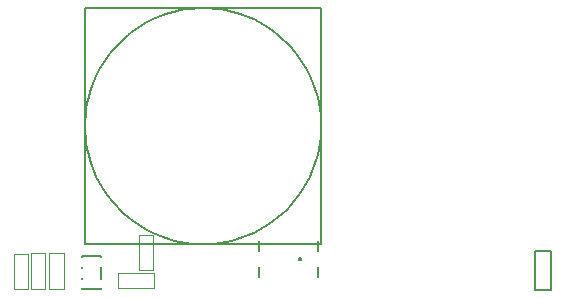
<source format=gbo>
G75*
G70*
%OFA0B0*%
%FSLAX24Y24*%
%IPPOS*%
%LPD*%
%AMOC8*
5,1,8,0,0,1.08239X$1,22.5*
%
%ADD10C,0.0025*%
%ADD11C,0.0080*%
%ADD12C,0.0060*%
%ADD13C,0.0050*%
D10*
X000857Y001613D02*
X001330Y001613D01*
X001330Y002794D01*
X000857Y002794D01*
X000857Y001613D01*
X001421Y001635D02*
X001894Y001635D01*
X001894Y002816D01*
X001421Y002816D01*
X001421Y001635D01*
X002041Y001632D02*
X002513Y001632D01*
X002513Y002814D01*
X002041Y002814D01*
X002041Y001632D01*
X004334Y001678D02*
X004334Y002150D01*
X005515Y002150D01*
X005515Y001678D01*
X004334Y001678D01*
X005039Y002259D02*
X005511Y002259D01*
X005511Y003440D01*
X005039Y003440D01*
X005039Y002259D01*
D11*
X009023Y002360D02*
X009023Y002045D01*
X009023Y002911D02*
X009023Y003226D01*
X010362Y002635D02*
X010364Y002647D01*
X010369Y002658D01*
X010378Y002667D01*
X010389Y002672D01*
X010401Y002674D01*
X010413Y002672D01*
X010424Y002667D01*
X010433Y002658D01*
X010438Y002647D01*
X010440Y002635D01*
X010438Y002623D01*
X010433Y002612D01*
X010424Y002603D01*
X010413Y002598D01*
X010401Y002596D01*
X010389Y002598D01*
X010378Y002603D01*
X010369Y002612D01*
X010364Y002623D01*
X010362Y002635D01*
X010992Y002360D02*
X010992Y002045D01*
X010992Y002911D02*
X010992Y003226D01*
D12*
X003771Y002732D02*
X003771Y002695D01*
X003771Y002732D02*
X003133Y002732D01*
X003133Y002695D01*
X003133Y002378D02*
X003133Y002340D01*
X003133Y002004D02*
X003133Y001966D01*
X003133Y001649D02*
X003133Y001612D01*
X003771Y001612D01*
X003771Y001649D01*
X003771Y001966D02*
X003771Y002378D01*
D13*
X003230Y003121D02*
X011104Y003121D01*
X011104Y010995D01*
X003230Y010995D01*
X003230Y003121D01*
X003230Y007058D02*
X003235Y007251D01*
X003249Y007444D01*
X003273Y007636D01*
X003306Y007826D01*
X003348Y008015D01*
X003400Y008201D01*
X003460Y008384D01*
X003530Y008565D01*
X003608Y008741D01*
X003695Y008914D01*
X003790Y009082D01*
X003894Y009245D01*
X004005Y009403D01*
X004124Y009556D01*
X004250Y009702D01*
X004383Y009842D01*
X004523Y009975D01*
X004669Y010101D01*
X004822Y010220D01*
X004980Y010331D01*
X005143Y010435D01*
X005311Y010530D01*
X005484Y010617D01*
X005660Y010695D01*
X005841Y010765D01*
X006024Y010825D01*
X006210Y010877D01*
X006399Y010919D01*
X006589Y010952D01*
X006781Y010976D01*
X006974Y010990D01*
X007167Y010995D01*
X007360Y010990D01*
X007553Y010976D01*
X007745Y010952D01*
X007935Y010919D01*
X008124Y010877D01*
X008310Y010825D01*
X008493Y010765D01*
X008674Y010695D01*
X008850Y010617D01*
X009023Y010530D01*
X009191Y010435D01*
X009354Y010331D01*
X009512Y010220D01*
X009665Y010101D01*
X009811Y009975D01*
X009951Y009842D01*
X010084Y009702D01*
X010210Y009556D01*
X010329Y009403D01*
X010440Y009245D01*
X010544Y009082D01*
X010639Y008914D01*
X010726Y008741D01*
X010804Y008565D01*
X010874Y008384D01*
X010934Y008201D01*
X010986Y008015D01*
X011028Y007826D01*
X011061Y007636D01*
X011085Y007444D01*
X011099Y007251D01*
X011104Y007058D01*
X011099Y006865D01*
X011085Y006672D01*
X011061Y006480D01*
X011028Y006290D01*
X010986Y006101D01*
X010934Y005915D01*
X010874Y005732D01*
X010804Y005551D01*
X010726Y005375D01*
X010639Y005202D01*
X010544Y005034D01*
X010440Y004871D01*
X010329Y004713D01*
X010210Y004560D01*
X010084Y004414D01*
X009951Y004274D01*
X009811Y004141D01*
X009665Y004015D01*
X009512Y003896D01*
X009354Y003785D01*
X009191Y003681D01*
X009023Y003586D01*
X008850Y003499D01*
X008674Y003421D01*
X008493Y003351D01*
X008310Y003291D01*
X008124Y003239D01*
X007935Y003197D01*
X007745Y003164D01*
X007553Y003140D01*
X007360Y003126D01*
X007167Y003121D01*
X006974Y003126D01*
X006781Y003140D01*
X006589Y003164D01*
X006399Y003197D01*
X006210Y003239D01*
X006024Y003291D01*
X005841Y003351D01*
X005660Y003421D01*
X005484Y003499D01*
X005311Y003586D01*
X005143Y003681D01*
X004980Y003785D01*
X004822Y003896D01*
X004669Y004015D01*
X004523Y004141D01*
X004383Y004274D01*
X004250Y004414D01*
X004124Y004560D01*
X004005Y004713D01*
X003894Y004871D01*
X003790Y005034D01*
X003695Y005202D01*
X003608Y005375D01*
X003530Y005551D01*
X003460Y005732D01*
X003400Y005915D01*
X003348Y006101D01*
X003306Y006290D01*
X003273Y006480D01*
X003249Y006672D01*
X003235Y006865D01*
X003230Y007058D01*
X018218Y002889D02*
X018218Y001590D01*
X018769Y001590D01*
X018769Y002889D01*
X018218Y002889D01*
M02*

</source>
